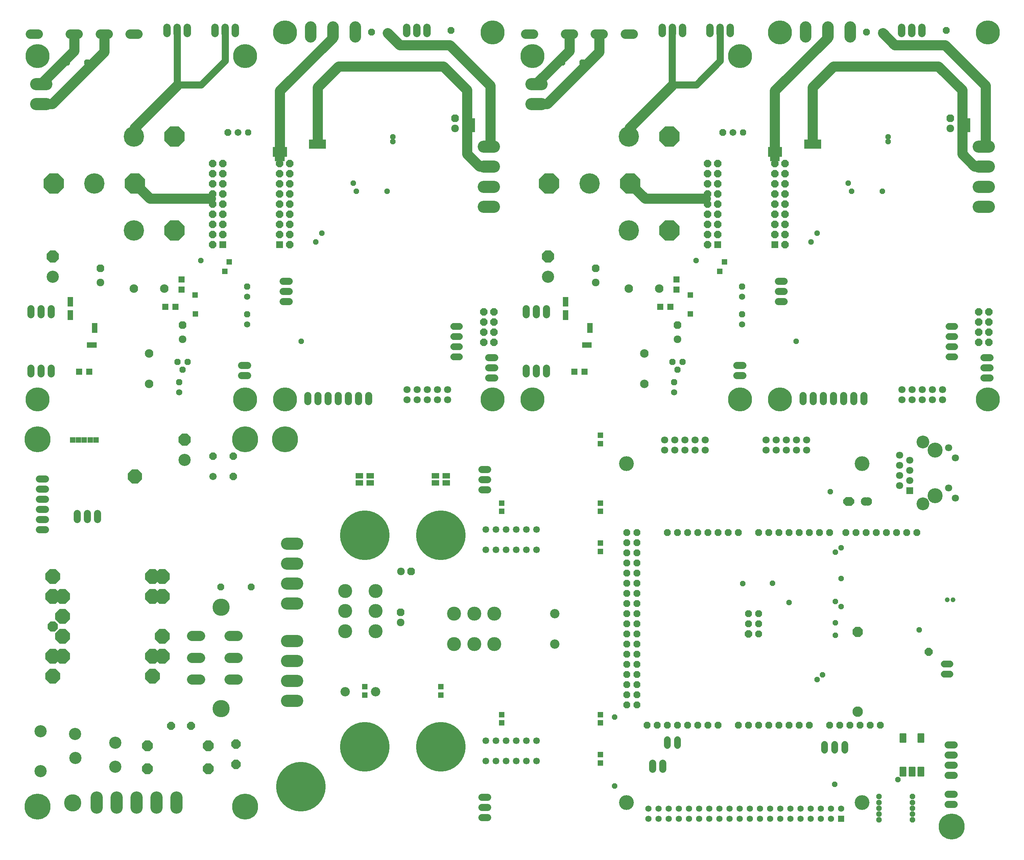
<source format=gbs>
G75*
G70*
%OFA0B0*%
%FSLAX24Y24*%
%IPPOS*%
%LPD*%
%AMOC8*
5,1,8,0,0,1.08239X$1,22.5*
%
%ADD10C,0.1000*%
%ADD11C,0.0700*%
%ADD12C,0.0712*%
%ADD13C,0.1200*%
%ADD14OC8,0.0712*%
%ADD15C,0.0672*%
%ADD16C,0.0712*%
%ADD17C,0.1134*%
%ADD18OC8,0.0672*%
%ADD19OC8,0.0523*%
%ADD20OC8,0.0756*%
%ADD21C,0.0756*%
%ADD22C,0.0720*%
%ADD23R,0.0712X0.0712*%
%ADD24R,0.0618X0.0618*%
%ADD25C,0.0921*%
%ADD26OC8,0.0624*%
%ADD27OC8,0.0840*%
%ADD28OC8,0.0780*%
%ADD29C,0.2010*%
%ADD30OC8,0.2010*%
%ADD31C,0.1200*%
%ADD32OC8,0.1200*%
%ADD33C,0.0840*%
%ADD34C,0.0618*%
%ADD35OC8,0.0618*%
%ADD36C,0.0672*%
%ADD37C,0.0720*%
%ADD38OC8,0.0720*%
%ADD39OC8,0.1381*%
%ADD40OC8,0.0792*%
%ADD41OC8,0.1450*%
%ADD42OC8,0.1032*%
%ADD43OC8,0.1062*%
%ADD44C,0.0990*%
%ADD45OC8,0.0912*%
%ADD46C,0.1702*%
%ADD47C,0.4885*%
%ADD48C,0.1460*%
%ADD49R,0.0567X0.0567*%
%ADD50C,0.0476*%
%ADD51C,0.0099*%
%ADD52C,0.1480*%
%ADD53C,0.1263*%
%ADD54C,0.1032*%
%ADD55OC8,0.0665*%
%ADD56C,0.0665*%
%ADD57R,0.0760X0.0543*%
%ADD58C,0.1381*%
%ADD59C,0.0921*%
%ADD60OC8,0.0523*%
%ADD61R,0.0523X0.0523*%
%ADD62C,0.2365*%
%ADD63C,0.2562*%
%ADD64C,0.1700*%
D10*
X016507Y066776D02*
X015057Y068226D01*
X016507Y066776D02*
X022482Y066776D01*
X029292Y071201D02*
X029292Y077401D01*
X034517Y082626D01*
X035092Y079826D02*
X045417Y079826D01*
X047767Y077476D01*
X047767Y071176D01*
X048992Y069951D01*
X049892Y069951D01*
X050067Y072376D02*
X050067Y077926D01*
X046067Y081926D01*
X041117Y081926D01*
X039942Y083101D01*
X035092Y079826D02*
X033017Y077751D01*
X033017Y072351D01*
X019157Y077926D02*
X014957Y073726D01*
X014957Y073201D01*
X011982Y081251D02*
X006857Y076126D01*
X005782Y076126D01*
X005782Y078101D02*
X009032Y081351D01*
X009032Y082876D01*
X011982Y082876D02*
X011982Y081251D01*
X054601Y078101D02*
X057851Y081351D01*
X057851Y082876D01*
X060801Y082876D02*
X060801Y081251D01*
X055676Y076126D01*
X054601Y076126D01*
X063776Y073726D02*
X067976Y077926D01*
X063776Y073726D02*
X063776Y073201D01*
X063876Y068226D02*
X065326Y066776D01*
X071301Y066776D01*
X078111Y071201D02*
X078111Y077401D01*
X083336Y082626D01*
X083911Y079826D02*
X094236Y079826D01*
X096586Y077476D01*
X096586Y071176D01*
X097811Y069951D01*
X098711Y069951D01*
X098886Y072376D02*
X098886Y077926D01*
X094886Y081926D01*
X089936Y081926D01*
X088761Y083101D01*
X083911Y079826D02*
X081836Y077751D01*
X081836Y072351D01*
D11*
X072701Y080376D02*
X070351Y078026D01*
X067976Y078026D01*
X067976Y078001D01*
X067976Y078026D02*
X067976Y083401D01*
X072701Y083351D02*
X072701Y080376D01*
X023882Y080376D02*
X021532Y078026D01*
X019157Y078026D01*
X019157Y078001D01*
X019157Y078026D02*
X019157Y083401D01*
X023882Y083351D02*
X023882Y080376D01*
D12*
X041817Y047951D03*
X042817Y047951D03*
X043817Y047951D03*
X044817Y047951D03*
X045817Y047951D03*
X045817Y046951D03*
X044817Y046951D03*
X043817Y046951D03*
X042817Y046951D03*
X041817Y046951D03*
X067231Y042975D03*
X068231Y042975D03*
X069231Y042975D03*
X070231Y042975D03*
X071231Y042975D03*
X071231Y041975D03*
X070231Y041975D03*
X069231Y041975D03*
X068231Y041975D03*
X067231Y041975D03*
X077231Y041975D03*
X078231Y041975D03*
X079231Y041975D03*
X080231Y041975D03*
X081231Y041975D03*
X081231Y042975D03*
X080231Y042975D03*
X079231Y042975D03*
X078231Y042975D03*
X077231Y042975D03*
X090406Y041475D03*
X090406Y040475D03*
X090406Y039475D03*
X090406Y038475D03*
X091406Y038975D03*
X091406Y039975D03*
X091406Y040975D03*
X095236Y042215D03*
X095906Y041215D03*
X095236Y038235D03*
X095906Y037235D03*
X094636Y046951D03*
X094636Y047951D03*
X093636Y047951D03*
X093636Y046951D03*
X092636Y046951D03*
X092636Y047951D03*
X091636Y047951D03*
X091636Y046951D03*
X090636Y046951D03*
X090636Y047951D03*
D13*
X098211Y065996D02*
X099211Y065996D01*
X099211Y067964D02*
X098211Y067964D01*
X098211Y069933D02*
X099211Y069933D01*
X099211Y071901D02*
X098211Y071901D01*
X055096Y076104D02*
X054096Y076104D01*
X054096Y078073D02*
X055096Y078073D01*
X050392Y071901D02*
X049392Y071901D01*
X049392Y069933D02*
X050392Y069933D01*
X050392Y067964D02*
X049392Y067964D01*
X049392Y065996D02*
X050392Y065996D01*
X030981Y032750D02*
X029981Y032750D01*
X029981Y030782D02*
X030981Y030782D01*
X030981Y028813D02*
X029981Y028813D01*
X029981Y026845D02*
X030981Y026845D01*
X030981Y023150D02*
X029981Y023150D01*
X029981Y021182D02*
X030981Y021182D01*
X030981Y019213D02*
X029981Y019213D01*
X029981Y017245D02*
X030981Y017245D01*
X019111Y007726D02*
X019111Y006726D01*
X017142Y006726D02*
X017142Y007726D01*
X015174Y007726D02*
X015174Y006726D01*
X013205Y006726D02*
X013205Y007726D01*
X011237Y007726D02*
X011237Y006726D01*
X006277Y076104D02*
X005277Y076104D01*
X005277Y078073D02*
X006277Y078073D01*
D14*
X022657Y070251D03*
X022657Y069251D03*
X022657Y068251D03*
X022657Y067251D03*
X023657Y067251D03*
X023657Y068251D03*
X023657Y069251D03*
X023657Y070251D03*
X023657Y066251D03*
X022657Y066251D03*
X022657Y065251D03*
X022657Y064251D03*
X022657Y063251D03*
X022657Y062251D03*
X023657Y063251D03*
X023657Y064251D03*
X023657Y065251D03*
X029267Y065251D03*
X030267Y065251D03*
X030267Y064251D03*
X030267Y063251D03*
X030267Y062251D03*
X029267Y063251D03*
X029267Y064251D03*
X029267Y066251D03*
X030267Y066251D03*
X030267Y067251D03*
X030267Y068251D03*
X030267Y069251D03*
X030267Y070251D03*
X029267Y070251D03*
X029267Y069251D03*
X029267Y068251D03*
X029267Y067251D03*
X049392Y055626D03*
X050392Y055626D03*
X050392Y054626D03*
X050392Y053626D03*
X049392Y053626D03*
X049392Y054626D03*
X049392Y052626D03*
X050392Y052626D03*
X071476Y062251D03*
X071476Y063251D03*
X071476Y064251D03*
X071476Y065251D03*
X071476Y066251D03*
X072476Y066251D03*
X072476Y065251D03*
X072476Y064251D03*
X072476Y063251D03*
X072476Y067251D03*
X071476Y067251D03*
X071476Y068251D03*
X071476Y069251D03*
X071476Y070251D03*
X072476Y070251D03*
X072476Y069251D03*
X072476Y068251D03*
X078086Y068251D03*
X079086Y068251D03*
X079086Y067251D03*
X078086Y067251D03*
X078086Y066251D03*
X079086Y066251D03*
X079086Y065251D03*
X079086Y064251D03*
X079086Y063251D03*
X079086Y062251D03*
X078086Y063251D03*
X078086Y064251D03*
X078086Y065251D03*
X078086Y069251D03*
X079086Y069251D03*
X079086Y070251D03*
X078086Y070251D03*
X098211Y055626D03*
X099211Y055626D03*
X099211Y054626D03*
X099211Y053626D03*
X098211Y053626D03*
X098211Y054626D03*
X098211Y052626D03*
X099211Y052626D03*
D15*
X095816Y052176D02*
X095256Y052176D01*
X095256Y051176D02*
X095816Y051176D01*
X095816Y053176D02*
X095256Y053176D01*
X095256Y054176D02*
X095816Y054176D01*
X095361Y020875D02*
X094801Y020875D01*
X094801Y019875D02*
X095361Y019875D01*
X084981Y012955D02*
X084981Y012395D01*
X083981Y012395D02*
X083981Y012955D01*
X082981Y012955D02*
X082981Y012395D01*
X068481Y012845D02*
X068481Y013405D01*
X067481Y013405D02*
X067481Y012845D01*
X046997Y051176D02*
X046437Y051176D01*
X046437Y052176D02*
X046997Y052176D01*
X046997Y053176D02*
X046437Y053176D01*
X046437Y054176D02*
X046997Y054176D01*
D16*
X049870Y051101D02*
X050464Y051101D01*
X050464Y050101D02*
X049870Y050101D01*
X049870Y049101D02*
X050464Y049101D01*
X053551Y049504D02*
X053551Y050098D01*
X054551Y050098D02*
X054551Y049504D01*
X055551Y049504D02*
X055551Y050098D01*
X055551Y055354D02*
X055551Y055948D01*
X054551Y055948D02*
X054551Y055354D01*
X053551Y055354D02*
X053551Y055948D01*
X038042Y047373D02*
X038042Y046779D01*
X037042Y046779D02*
X037042Y047373D01*
X036042Y047373D02*
X036042Y046779D01*
X035042Y046779D02*
X035042Y047373D01*
X034042Y047373D02*
X034042Y046779D01*
X033042Y046779D02*
X033042Y047373D01*
X032042Y047373D02*
X032042Y046779D01*
X026104Y049351D02*
X025510Y049351D01*
X025510Y050351D02*
X026104Y050351D01*
X029595Y056651D02*
X030189Y056651D01*
X030189Y057651D02*
X029595Y057651D01*
X029595Y058651D02*
X030189Y058651D01*
X006732Y055948D02*
X006732Y055354D01*
X005732Y055354D02*
X005732Y055948D01*
X004732Y055948D02*
X004732Y055354D01*
X004732Y050098D02*
X004732Y049504D01*
X005732Y049504D02*
X005732Y050098D01*
X006732Y050098D02*
X006732Y049504D01*
X006154Y039144D02*
X005560Y039144D01*
X005560Y038144D02*
X006154Y038144D01*
X006154Y037144D02*
X005560Y037144D01*
X005560Y036144D02*
X006154Y036144D01*
X006154Y035144D02*
X005560Y035144D01*
X005560Y034144D02*
X006154Y034144D01*
X009307Y035147D02*
X009307Y035741D01*
X010307Y035741D02*
X010307Y035147D01*
X011307Y035147D02*
X011307Y035741D01*
X049184Y038075D02*
X049777Y038075D01*
X049777Y039075D02*
X049184Y039075D01*
X049184Y040075D02*
X049777Y040075D01*
X074329Y049351D02*
X074923Y049351D01*
X074923Y050351D02*
X074329Y050351D01*
X080861Y047373D02*
X080861Y046779D01*
X081861Y046779D02*
X081861Y047373D01*
X082861Y047373D02*
X082861Y046779D01*
X083861Y046779D02*
X083861Y047373D01*
X084861Y047373D02*
X084861Y046779D01*
X085861Y046779D02*
X085861Y047373D01*
X086861Y047373D02*
X086861Y046779D01*
X098689Y049101D02*
X099283Y049101D01*
X099283Y050101D02*
X098689Y050101D01*
X098689Y051101D02*
X099283Y051101D01*
X079008Y056651D02*
X078414Y056651D01*
X078414Y057651D02*
X079008Y057651D01*
X079008Y058651D02*
X078414Y058651D01*
X095158Y012925D02*
X095752Y012925D01*
X095752Y011925D02*
X095158Y011925D01*
X095158Y010925D02*
X095752Y010925D01*
X095752Y009925D02*
X095158Y009925D01*
X095159Y008050D02*
X095752Y008050D01*
X095752Y007050D02*
X095159Y007050D01*
X067031Y010528D02*
X067031Y011122D01*
X066031Y011122D02*
X066031Y010528D01*
X049777Y007750D02*
X049184Y007750D01*
X049184Y006750D02*
X049777Y006750D01*
X049777Y005750D02*
X049184Y005750D01*
D17*
X036716Y082755D02*
X036716Y083700D01*
X034516Y083700D02*
X034516Y082755D01*
X032316Y082755D02*
X032316Y083700D01*
X081135Y083700D02*
X081135Y082755D01*
X083335Y082755D02*
X083335Y083700D01*
X085535Y083700D02*
X085535Y082755D01*
D18*
X087136Y083226D03*
X088636Y083226D03*
X094986Y083376D03*
X094986Y081876D03*
X072976Y073326D03*
X046167Y081876D03*
X046167Y083376D03*
X039817Y083226D03*
X038317Y083226D03*
X024157Y073326D03*
X023457Y028469D03*
X026457Y028469D03*
D19*
X029267Y068251D03*
X029267Y068251D03*
X078086Y068251D03*
X078086Y068251D03*
D20*
X095386Y074701D03*
X068501Y054326D03*
X060426Y059926D03*
X046567Y074701D03*
X019682Y054326D03*
X011607Y059926D03*
X042231Y030025D03*
X041206Y025975D03*
D21*
X041206Y024975D03*
X041231Y030025D03*
X019682Y052926D03*
X011607Y058526D03*
X046567Y073701D03*
X060426Y058526D03*
X068501Y052926D03*
X095386Y073701D03*
D22*
X092603Y083078D02*
X092603Y083678D01*
X091603Y083678D02*
X091603Y083078D01*
X090603Y083078D02*
X090603Y083678D01*
X073705Y083678D02*
X073705Y083078D01*
X072705Y083078D02*
X072705Y083678D01*
X071705Y083678D02*
X071705Y083078D01*
X068981Y083078D02*
X068981Y083678D01*
X067981Y083678D02*
X067981Y083078D01*
X066981Y083078D02*
X066981Y083678D01*
X043784Y083678D02*
X043784Y083078D01*
X042784Y083078D02*
X042784Y083678D01*
X041784Y083678D02*
X041784Y083078D01*
X024886Y083078D02*
X024886Y083678D01*
X023886Y083678D02*
X023886Y083078D01*
X022886Y083078D02*
X022886Y083678D01*
X020162Y083678D02*
X020162Y083078D01*
X019162Y083078D02*
X019162Y083678D01*
X018162Y083678D02*
X018162Y083078D01*
D23*
X023657Y062251D03*
X029267Y062251D03*
X072476Y062251D03*
X078086Y062251D03*
X091406Y037975D03*
D24*
X067801Y056126D03*
X066801Y056126D03*
X068401Y057826D03*
X068401Y058826D03*
X059326Y049701D03*
X058326Y049701D03*
X019582Y057826D03*
X019582Y058826D03*
X018982Y056126D03*
X017982Y056126D03*
X010507Y049701D03*
X009507Y049701D03*
X084631Y005625D03*
D25*
X064132Y083000D02*
X063364Y083000D01*
X061179Y083000D02*
X060412Y083000D01*
X058227Y083000D02*
X057459Y083000D01*
X054290Y083000D02*
X053522Y083000D01*
X015313Y083000D02*
X014546Y083000D01*
X012360Y083000D02*
X011593Y083000D01*
X009408Y083000D02*
X008640Y083000D01*
X005471Y083000D02*
X004703Y083000D01*
D26*
X008307Y080226D03*
X010307Y080226D03*
X026157Y073326D03*
X020182Y050676D03*
X019682Y049926D03*
X019182Y050676D03*
X057126Y080226D03*
X059126Y080226D03*
X074976Y073326D03*
X069001Y050676D03*
X068501Y049926D03*
X068001Y050676D03*
D27*
X085256Y036925D03*
X085506Y036925D03*
X063851Y068276D03*
X015032Y068276D03*
D28*
X015032Y068276D03*
X063851Y068276D03*
X093256Y022075D03*
D29*
X063701Y063651D03*
X059826Y068276D03*
X063701Y072901D03*
X014882Y072901D03*
X011007Y068276D03*
X014882Y063651D03*
D30*
X018882Y063651D03*
X015007Y068276D03*
X018882Y072901D03*
X007007Y068276D03*
X055826Y068276D03*
X063826Y068276D03*
X067701Y072901D03*
X067701Y063651D03*
D31*
X055724Y059082D03*
X019898Y041018D03*
X006905Y059082D03*
X005692Y014244D03*
X009111Y013989D03*
X009117Y011609D03*
X005692Y010307D03*
X013054Y010743D03*
X013048Y013122D03*
D32*
X019898Y043018D03*
X006905Y061082D03*
X055724Y061082D03*
D33*
X063701Y057901D03*
X066701Y057901D03*
X065226Y051501D03*
X065226Y048501D03*
X087006Y036925D03*
X087256Y036925D03*
X017882Y057901D03*
X014882Y057901D03*
X016407Y051501D03*
X016407Y048501D03*
D34*
X019357Y047676D03*
X026057Y054376D03*
X026057Y057126D03*
X068176Y047676D03*
X074876Y054376D03*
X074876Y057126D03*
X074631Y006625D03*
X075631Y006625D03*
X076631Y006625D03*
X077631Y006625D03*
X078631Y006625D03*
X079631Y006625D03*
X080631Y006625D03*
X081631Y006625D03*
X082631Y006625D03*
X083631Y006625D03*
X084631Y006625D03*
X083631Y005625D03*
X082631Y005625D03*
X081631Y005625D03*
X080631Y005625D03*
X079631Y005625D03*
X078631Y005625D03*
X077631Y005625D03*
X076631Y005625D03*
X075631Y005625D03*
X074631Y005625D03*
X073631Y005625D03*
X073631Y006625D03*
X072631Y006625D03*
X072631Y005625D03*
X071631Y005625D03*
X071631Y006625D03*
X070631Y006625D03*
X070631Y005625D03*
X069631Y005625D03*
X069631Y006625D03*
X068631Y006625D03*
X068631Y005625D03*
X067631Y005625D03*
X067631Y006625D03*
X066631Y006625D03*
X066631Y005625D03*
X065631Y005625D03*
X065631Y006625D03*
D35*
X068176Y048676D03*
X074876Y055376D03*
X074876Y058126D03*
X026057Y058126D03*
X026057Y055376D03*
X019357Y048676D03*
D36*
X025157Y073326D03*
X073976Y073326D03*
D37*
X022683Y039369D03*
D38*
X024683Y039369D03*
X024683Y041369D03*
X022683Y041369D03*
X075481Y023850D03*
D39*
X014982Y039369D03*
D40*
X018573Y014794D03*
X020542Y014794D03*
D41*
X016729Y019672D03*
X016729Y021641D03*
X017713Y021641D03*
X017713Y023609D03*
X017713Y027546D03*
X016729Y027546D03*
X016729Y029515D03*
X017713Y029515D03*
X007870Y027546D03*
X006886Y027546D03*
X006886Y029515D03*
X007870Y025578D03*
X007870Y023609D03*
X007870Y021641D03*
X006886Y021641D03*
X006886Y019672D03*
D42*
X006886Y024594D03*
X086256Y024065D03*
D43*
X022243Y012814D03*
X022243Y010558D03*
X016243Y010558D03*
X016243Y012814D03*
D44*
X020620Y019344D02*
X021445Y019344D01*
X021445Y021494D02*
X020620Y021494D01*
X020620Y023644D02*
X021445Y023644D01*
X024320Y023644D02*
X025145Y023644D01*
X025145Y021494D02*
X024320Y021494D01*
X024320Y019344D02*
X025145Y019344D01*
D45*
X024957Y012969D03*
X024957Y010969D03*
D46*
X023507Y016494D03*
X023507Y026494D03*
D47*
X037666Y033590D03*
X045166Y033590D03*
X045166Y012724D03*
X037666Y012724D03*
X031366Y008787D03*
D48*
X063465Y007200D03*
X086694Y007200D03*
X086694Y040665D03*
X063465Y040665D03*
D49*
X060894Y042626D03*
X060894Y043452D03*
X060894Y036759D03*
X060894Y035933D03*
X060894Y032822D03*
X060894Y031996D03*
X051150Y035933D03*
X051150Y036759D03*
X045166Y018649D03*
X045166Y017822D03*
X051150Y015893D03*
X051150Y015067D03*
X060894Y015067D03*
X060894Y015893D03*
X060894Y011956D03*
X060894Y011130D03*
X037666Y017822D03*
X037666Y018649D03*
D50*
X095105Y027225D03*
X095656Y027225D03*
D51*
X092769Y014009D02*
X092769Y013171D01*
X092207Y013171D01*
X092207Y014009D01*
X092769Y014009D01*
X092769Y013269D02*
X092207Y013269D01*
X092207Y013367D02*
X092769Y013367D01*
X092769Y013465D02*
X092207Y013465D01*
X092207Y013563D02*
X092769Y013563D01*
X092769Y013661D02*
X092207Y013661D01*
X092207Y013759D02*
X092769Y013759D01*
X092769Y013857D02*
X092207Y013857D01*
X092207Y013955D02*
X092769Y013955D01*
X090998Y014009D02*
X090998Y013171D01*
X090436Y013171D01*
X090436Y014009D01*
X090998Y014009D01*
X090998Y013269D02*
X090436Y013269D01*
X090436Y013367D02*
X090998Y013367D01*
X090998Y013465D02*
X090436Y013465D01*
X090436Y013563D02*
X090998Y013563D01*
X090998Y013661D02*
X090436Y013661D01*
X090436Y013759D02*
X090998Y013759D01*
X090998Y013857D02*
X090436Y013857D01*
X090436Y013955D02*
X090998Y013955D01*
X090998Y010702D02*
X090998Y009864D01*
X090436Y009864D01*
X090436Y010702D01*
X090998Y010702D01*
X090998Y009962D02*
X090436Y009962D01*
X090436Y010060D02*
X090998Y010060D01*
X090998Y010158D02*
X090436Y010158D01*
X090436Y010256D02*
X090998Y010256D01*
X090998Y010354D02*
X090436Y010354D01*
X090436Y010452D02*
X090998Y010452D01*
X090998Y010550D02*
X090436Y010550D01*
X090436Y010648D02*
X090998Y010648D01*
X091884Y010702D02*
X091884Y009864D01*
X091322Y009864D01*
X091322Y010702D01*
X091884Y010702D01*
X091884Y009962D02*
X091322Y009962D01*
X091322Y010060D02*
X091884Y010060D01*
X091884Y010158D02*
X091322Y010158D01*
X091322Y010256D02*
X091884Y010256D01*
X091884Y010354D02*
X091322Y010354D01*
X091322Y010452D02*
X091884Y010452D01*
X091884Y010550D02*
X091322Y010550D01*
X091322Y010648D02*
X091884Y010648D01*
X092769Y010702D02*
X092769Y009864D01*
X092207Y009864D01*
X092207Y010702D01*
X092769Y010702D01*
X092769Y009962D02*
X092207Y009962D01*
X092207Y010060D02*
X092769Y010060D01*
X092769Y010158D02*
X092207Y010158D01*
X092207Y010256D02*
X092769Y010256D01*
X092769Y010354D02*
X092207Y010354D01*
X092207Y010452D02*
X092769Y010452D01*
X092769Y010550D02*
X092207Y010550D01*
X092207Y010648D02*
X092769Y010648D01*
D52*
X093906Y037475D03*
X093906Y041975D03*
D53*
X092705Y042776D03*
X092705Y036674D03*
D54*
X086256Y016195D03*
D55*
X086481Y014850D03*
X087481Y014850D03*
X088481Y014850D03*
X085481Y014850D03*
X084481Y014850D03*
X083481Y014850D03*
X081481Y014850D03*
X080481Y014850D03*
X079481Y014850D03*
X078481Y014850D03*
X077481Y014850D03*
X076481Y014850D03*
X075481Y014850D03*
X074481Y014850D03*
X072481Y014850D03*
X071481Y014850D03*
X070481Y014850D03*
X069481Y014850D03*
X068481Y014850D03*
X067481Y014850D03*
X066481Y014850D03*
X065481Y014850D03*
X064481Y016850D03*
X063481Y016850D03*
X063481Y017850D03*
X064481Y017850D03*
X064481Y018850D03*
X064481Y019850D03*
X064481Y020850D03*
X064481Y021850D03*
X064481Y022850D03*
X063481Y022850D03*
X063481Y021850D03*
X063481Y020850D03*
X063481Y019850D03*
X063481Y018850D03*
X063481Y023850D03*
X064481Y023850D03*
X064481Y024850D03*
X064481Y025850D03*
X064481Y026850D03*
X064481Y027850D03*
X064481Y028850D03*
X063481Y028850D03*
X063481Y027850D03*
X063481Y026850D03*
X063481Y025850D03*
X063481Y024850D03*
X063481Y029850D03*
X064481Y029850D03*
X064481Y030850D03*
X064481Y031850D03*
X064481Y032850D03*
X064481Y033850D03*
X063481Y033850D03*
X063481Y032850D03*
X063481Y031850D03*
X063481Y030850D03*
X067481Y033850D03*
X068481Y033850D03*
X069481Y033850D03*
X070481Y033850D03*
X071481Y033850D03*
X072481Y033850D03*
X073481Y033850D03*
X074481Y033850D03*
X076481Y033850D03*
X077481Y033850D03*
X078481Y033850D03*
X079481Y033850D03*
X080481Y033850D03*
X081481Y033850D03*
X082481Y033850D03*
X083481Y033850D03*
X085081Y033850D03*
X086081Y033850D03*
X087081Y033850D03*
X088081Y033850D03*
X089081Y033850D03*
X090081Y033850D03*
X091081Y033850D03*
X092081Y033850D03*
X076481Y025850D03*
X076481Y024850D03*
X076481Y023850D03*
X075481Y024850D03*
X075481Y025850D03*
D56*
X054581Y032150D03*
X053581Y032150D03*
X052581Y032150D03*
X051581Y032150D03*
X050581Y032150D03*
X049581Y032150D03*
X049581Y034150D03*
X050581Y034150D03*
X051581Y034150D03*
X052581Y034150D03*
X053581Y034150D03*
X054581Y034150D03*
X054581Y013300D03*
X053581Y013300D03*
X052581Y013300D03*
X051581Y013300D03*
X050581Y013300D03*
X049581Y013300D03*
X049581Y011300D03*
X050581Y011300D03*
X051581Y011300D03*
X052581Y011300D03*
X053581Y011300D03*
X054581Y011300D03*
D57*
X045697Y038757D03*
X045697Y039446D03*
X044634Y039446D03*
X044634Y038757D03*
X038197Y038757D03*
X038197Y039446D03*
X037134Y039446D03*
X037134Y038757D03*
D58*
X035742Y028086D03*
X035742Y026102D03*
X035742Y024117D03*
X038719Y024117D03*
X038719Y026102D03*
X038719Y028086D03*
X046470Y025838D03*
X048454Y025838D03*
X050438Y025838D03*
X050438Y022862D03*
X048454Y022862D03*
X046470Y022862D03*
D59*
X038719Y018165D03*
X035742Y018165D03*
X056391Y022862D03*
X056391Y025838D03*
D60*
X062306Y015650D03*
X062306Y008850D03*
X082256Y019350D03*
X082806Y019800D03*
X084056Y023700D03*
X084056Y024950D03*
X084631Y026550D03*
X084056Y027050D03*
X084631Y029325D03*
X084056Y031925D03*
X084631Y032350D03*
X083556Y037875D03*
X077856Y028850D03*
X079506Y026950D03*
X074931Y028800D03*
X092331Y024250D03*
X090231Y009475D03*
X091656Y007800D03*
X091656Y007225D03*
X091656Y006650D03*
X091656Y006075D03*
X091656Y005500D03*
X088356Y005500D03*
X088356Y006075D03*
X088356Y006650D03*
X088356Y007225D03*
X088356Y007800D03*
X084006Y009000D03*
X080211Y052726D03*
X070326Y060676D03*
X081661Y062526D03*
X082261Y063376D03*
X085661Y067526D03*
X085336Y068326D03*
X088686Y067526D03*
X089261Y072401D03*
X089261Y072876D03*
X040442Y072876D03*
X040442Y072401D03*
X036517Y068326D03*
X036842Y067526D03*
X039867Y067526D03*
X033442Y063376D03*
X032842Y062526D03*
X031392Y052726D03*
X021507Y060676D03*
D61*
X023857Y059601D03*
X024307Y060551D03*
X020932Y057276D03*
X020957Y055401D03*
X011032Y054251D03*
X011032Y053826D03*
X010957Y052351D03*
X010532Y052351D03*
X008632Y055076D03*
X008632Y055501D03*
X008632Y056401D03*
X008632Y056826D03*
X008857Y042969D03*
X009432Y042969D03*
X010007Y042969D03*
X010582Y042969D03*
X011157Y042969D03*
X029067Y070751D03*
X029492Y070751D03*
X029292Y071176D03*
X029717Y071176D03*
X029717Y071601D03*
X029292Y071601D03*
X028867Y071601D03*
X028867Y071176D03*
X032442Y071976D03*
X032817Y071976D03*
X033192Y071976D03*
X033567Y071976D03*
X033567Y072351D03*
X033192Y072351D03*
X032817Y072351D03*
X032442Y072351D03*
X048267Y073601D03*
X048267Y074026D03*
X048267Y074451D03*
X057451Y056826D03*
X057451Y056401D03*
X057451Y055501D03*
X057451Y055076D03*
X059851Y054251D03*
X059851Y053826D03*
X059776Y052351D03*
X059351Y052351D03*
X069776Y055401D03*
X069751Y057276D03*
X072676Y059601D03*
X073126Y060551D03*
X077886Y070751D03*
X078311Y070751D03*
X078111Y071176D03*
X078536Y071176D03*
X078536Y071601D03*
X078111Y071601D03*
X077686Y071601D03*
X077686Y071176D03*
X081261Y071976D03*
X081636Y071976D03*
X082011Y071976D03*
X082386Y071976D03*
X082386Y072351D03*
X082011Y072351D03*
X081636Y072351D03*
X081261Y072351D03*
X097086Y073601D03*
X097086Y074026D03*
X097086Y074451D03*
D62*
X099083Y083196D03*
X078610Y083196D03*
X074673Y080834D03*
X054201Y080834D03*
X050264Y083196D03*
X029792Y083196D03*
X025855Y080834D03*
X005382Y080834D03*
X005382Y046976D03*
X025855Y046976D03*
X029792Y046976D03*
X050264Y046976D03*
X054201Y046976D03*
X074673Y046976D03*
X078610Y046976D03*
X099083Y046976D03*
D63*
X005382Y006819D03*
X025855Y006819D03*
X025855Y043039D03*
X029792Y043039D03*
X005382Y043039D03*
X095540Y004850D03*
D64*
X008857Y007194D03*
M02*

</source>
